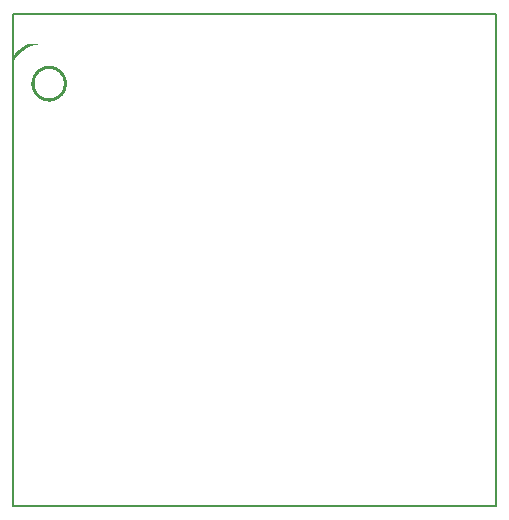
<source format=gto>
G04 MADE WITH FRITZING*
G04 WWW.FRITZING.ORG*
G04 DOUBLE SIDED*
G04 HOLES PLATED*
G04 CONTOUR ON CENTER OF CONTOUR VECTOR*
%ASAXBY*%
%FSLAX23Y23*%
%MOIN*%
%OFA0B0*%
%SFA1.0B1.0*%
%ADD10R,1.615740X1.650920X1.599740X1.634920*%
%ADD11C,0.008000*%
%ADD12R,0.001000X0.001000*%
%LNSILK1*%
G90*
G70*
G54D11*
X4Y1647D02*
X1612Y1647D01*
X1612Y4D01*
X4Y4D01*
X4Y1647D01*
D02*
G54D12*
X53Y1545D02*
X92Y1545D01*
X51Y1544D02*
X84Y1544D01*
X49Y1543D02*
X79Y1543D01*
X47Y1542D02*
X74Y1542D01*
X45Y1541D02*
X71Y1541D01*
X43Y1540D02*
X68Y1540D01*
X42Y1539D02*
X65Y1539D01*
X40Y1538D02*
X62Y1538D01*
X38Y1537D02*
X60Y1537D01*
X37Y1536D02*
X57Y1536D01*
X35Y1535D02*
X55Y1535D01*
X34Y1534D02*
X53Y1534D01*
X32Y1533D02*
X51Y1533D01*
X31Y1532D02*
X49Y1532D01*
X30Y1531D02*
X47Y1531D01*
X28Y1530D02*
X46Y1530D01*
X27Y1529D02*
X44Y1529D01*
X26Y1528D02*
X42Y1528D01*
X25Y1527D02*
X41Y1527D01*
X23Y1526D02*
X39Y1526D01*
X22Y1525D02*
X38Y1525D01*
X21Y1524D02*
X37Y1524D01*
X20Y1523D02*
X35Y1523D01*
X19Y1522D02*
X34Y1522D01*
X18Y1521D02*
X33Y1521D01*
X17Y1520D02*
X31Y1520D01*
X16Y1519D02*
X30Y1519D01*
X15Y1518D02*
X29Y1518D01*
X14Y1517D02*
X28Y1517D01*
X13Y1516D02*
X27Y1516D01*
X12Y1515D02*
X26Y1515D01*
X11Y1514D02*
X25Y1514D01*
X10Y1513D02*
X24Y1513D01*
X10Y1512D02*
X23Y1512D01*
X9Y1511D02*
X22Y1511D01*
X8Y1510D02*
X21Y1510D01*
X7Y1509D02*
X20Y1509D01*
X6Y1508D02*
X19Y1508D01*
X6Y1507D02*
X18Y1507D01*
X5Y1506D02*
X17Y1506D01*
X4Y1505D02*
X16Y1505D01*
X3Y1504D02*
X15Y1504D01*
X3Y1503D02*
X15Y1503D01*
X2Y1502D02*
X14Y1502D01*
X1Y1501D02*
X13Y1501D01*
X1Y1500D02*
X12Y1500D01*
X0Y1499D02*
X12Y1499D01*
X0Y1498D02*
X11Y1498D01*
X0Y1497D02*
X10Y1497D01*
X0Y1496D02*
X9Y1496D01*
X0Y1495D02*
X9Y1495D01*
X0Y1494D02*
X8Y1494D01*
X0Y1493D02*
X7Y1493D01*
X0Y1492D02*
X7Y1492D01*
X0Y1491D02*
X6Y1491D01*
X0Y1490D02*
X6Y1490D01*
X0Y1489D02*
X5Y1489D01*
X0Y1488D02*
X4Y1488D01*
X0Y1487D02*
X4Y1487D01*
X0Y1486D02*
X3Y1486D01*
X0Y1485D02*
X3Y1485D01*
X0Y1484D02*
X2Y1484D01*
X0Y1483D02*
X2Y1483D01*
X0Y1482D02*
X1Y1482D01*
X0Y1481D02*
X1Y1481D01*
X0Y1480D02*
X0Y1480D01*
X0Y1479D02*
X0Y1479D01*
X118Y1472D02*
X128Y1472D01*
X111Y1471D02*
X134Y1471D01*
X107Y1470D02*
X138Y1470D01*
X104Y1469D02*
X141Y1469D01*
X102Y1468D02*
X144Y1468D01*
X99Y1467D02*
X147Y1467D01*
X97Y1466D02*
X149Y1466D01*
X95Y1465D02*
X151Y1465D01*
X93Y1464D02*
X152Y1464D01*
X92Y1463D02*
X154Y1463D01*
X90Y1462D02*
X156Y1462D01*
X89Y1461D02*
X113Y1461D01*
X133Y1461D02*
X157Y1461D01*
X87Y1460D02*
X109Y1460D01*
X137Y1460D02*
X158Y1460D01*
X86Y1459D02*
X106Y1459D01*
X140Y1459D02*
X160Y1459D01*
X85Y1458D02*
X103Y1458D01*
X143Y1458D02*
X161Y1458D01*
X84Y1457D02*
X101Y1457D01*
X145Y1457D02*
X162Y1457D01*
X83Y1456D02*
X99Y1456D01*
X147Y1456D02*
X163Y1456D01*
X82Y1455D02*
X97Y1455D01*
X148Y1455D02*
X164Y1455D01*
X81Y1454D02*
X96Y1454D01*
X150Y1454D02*
X165Y1454D01*
X80Y1453D02*
X94Y1453D01*
X152Y1453D02*
X166Y1453D01*
X79Y1452D02*
X93Y1452D01*
X153Y1452D02*
X167Y1452D01*
X78Y1451D02*
X92Y1451D01*
X154Y1451D02*
X168Y1451D01*
X77Y1450D02*
X90Y1450D01*
X155Y1450D02*
X169Y1450D01*
X76Y1449D02*
X89Y1449D01*
X156Y1449D02*
X169Y1449D01*
X76Y1448D02*
X88Y1448D01*
X158Y1448D02*
X170Y1448D01*
X75Y1447D02*
X87Y1447D01*
X158Y1447D02*
X171Y1447D01*
X74Y1446D02*
X86Y1446D01*
X159Y1446D02*
X172Y1446D01*
X74Y1445D02*
X85Y1445D01*
X160Y1445D02*
X172Y1445D01*
X73Y1444D02*
X85Y1444D01*
X161Y1444D02*
X173Y1444D01*
X72Y1443D02*
X84Y1443D01*
X162Y1443D02*
X173Y1443D01*
X72Y1442D02*
X83Y1442D01*
X163Y1442D02*
X174Y1442D01*
X71Y1441D02*
X82Y1441D01*
X163Y1441D02*
X175Y1441D01*
X71Y1440D02*
X82Y1440D01*
X164Y1440D02*
X175Y1440D01*
X70Y1439D02*
X81Y1439D01*
X165Y1439D02*
X176Y1439D01*
X70Y1438D02*
X80Y1438D01*
X165Y1438D02*
X176Y1438D01*
X69Y1437D02*
X80Y1437D01*
X166Y1437D02*
X176Y1437D01*
X69Y1436D02*
X79Y1436D01*
X167Y1436D02*
X177Y1436D01*
X68Y1435D02*
X79Y1435D01*
X167Y1435D02*
X177Y1435D01*
X68Y1434D02*
X78Y1434D01*
X168Y1434D02*
X178Y1434D01*
X68Y1433D02*
X78Y1433D01*
X168Y1433D02*
X178Y1433D01*
X67Y1432D02*
X77Y1432D01*
X169Y1432D02*
X178Y1432D01*
X67Y1431D02*
X77Y1431D01*
X169Y1431D02*
X179Y1431D01*
X67Y1430D02*
X76Y1430D01*
X169Y1430D02*
X179Y1430D01*
X66Y1429D02*
X76Y1429D01*
X170Y1429D02*
X179Y1429D01*
X66Y1428D02*
X76Y1428D01*
X170Y1428D02*
X180Y1428D01*
X66Y1427D02*
X75Y1427D01*
X170Y1427D02*
X180Y1427D01*
X66Y1426D02*
X75Y1426D01*
X171Y1426D02*
X180Y1426D01*
X65Y1425D02*
X75Y1425D01*
X171Y1425D02*
X180Y1425D01*
X65Y1424D02*
X75Y1424D01*
X171Y1424D02*
X181Y1424D01*
X65Y1423D02*
X74Y1423D01*
X171Y1423D02*
X181Y1423D01*
X65Y1422D02*
X74Y1422D01*
X171Y1422D02*
X181Y1422D01*
X65Y1421D02*
X74Y1421D01*
X172Y1421D02*
X181Y1421D01*
X65Y1420D02*
X74Y1420D01*
X172Y1420D02*
X181Y1420D01*
X64Y1419D02*
X74Y1419D01*
X172Y1419D02*
X181Y1419D01*
X64Y1418D02*
X74Y1418D01*
X172Y1418D02*
X181Y1418D01*
X64Y1417D02*
X74Y1417D01*
X172Y1417D02*
X181Y1417D01*
X64Y1416D02*
X74Y1416D01*
X172Y1416D02*
X182Y1416D01*
X64Y1415D02*
X74Y1415D01*
X172Y1415D02*
X182Y1415D01*
X64Y1414D02*
X74Y1414D01*
X172Y1414D02*
X182Y1414D01*
X64Y1413D02*
X74Y1413D01*
X172Y1413D02*
X182Y1413D01*
X64Y1412D02*
X74Y1412D01*
X172Y1412D02*
X182Y1412D01*
X64Y1411D02*
X74Y1411D01*
X172Y1411D02*
X182Y1411D01*
X64Y1410D02*
X74Y1410D01*
X172Y1410D02*
X182Y1410D01*
X64Y1409D02*
X74Y1409D01*
X172Y1409D02*
X181Y1409D01*
X64Y1408D02*
X74Y1408D01*
X172Y1408D02*
X181Y1408D01*
X64Y1407D02*
X74Y1407D01*
X172Y1407D02*
X181Y1407D01*
X65Y1406D02*
X74Y1406D01*
X172Y1406D02*
X181Y1406D01*
X65Y1405D02*
X74Y1405D01*
X172Y1405D02*
X181Y1405D01*
X65Y1404D02*
X74Y1404D01*
X171Y1404D02*
X181Y1404D01*
X65Y1403D02*
X74Y1403D01*
X171Y1403D02*
X181Y1403D01*
X65Y1402D02*
X75Y1402D01*
X171Y1402D02*
X181Y1402D01*
X65Y1401D02*
X75Y1401D01*
X171Y1401D02*
X180Y1401D01*
X66Y1400D02*
X75Y1400D01*
X171Y1400D02*
X180Y1400D01*
X66Y1399D02*
X75Y1399D01*
X170Y1399D02*
X180Y1399D01*
X66Y1398D02*
X76Y1398D01*
X170Y1398D02*
X180Y1398D01*
X66Y1397D02*
X76Y1397D01*
X170Y1397D02*
X179Y1397D01*
X67Y1396D02*
X77Y1396D01*
X169Y1396D02*
X179Y1396D01*
X67Y1395D02*
X77Y1395D01*
X169Y1395D02*
X179Y1395D01*
X67Y1394D02*
X77Y1394D01*
X169Y1394D02*
X178Y1394D01*
X68Y1393D02*
X78Y1393D01*
X168Y1393D02*
X178Y1393D01*
X68Y1392D02*
X78Y1392D01*
X168Y1392D02*
X178Y1392D01*
X68Y1391D02*
X79Y1391D01*
X167Y1391D02*
X177Y1391D01*
X69Y1390D02*
X79Y1390D01*
X167Y1390D02*
X177Y1390D01*
X69Y1389D02*
X80Y1389D01*
X166Y1389D02*
X176Y1389D01*
X70Y1388D02*
X80Y1388D01*
X165Y1388D02*
X176Y1388D01*
X70Y1387D02*
X81Y1387D01*
X165Y1387D02*
X176Y1387D01*
X71Y1386D02*
X82Y1386D01*
X164Y1386D02*
X175Y1386D01*
X71Y1385D02*
X82Y1385D01*
X164Y1385D02*
X175Y1385D01*
X72Y1384D02*
X83Y1384D01*
X163Y1384D02*
X174Y1384D01*
X72Y1383D02*
X84Y1383D01*
X162Y1383D02*
X173Y1383D01*
X73Y1382D02*
X85Y1382D01*
X161Y1382D02*
X173Y1382D01*
X74Y1381D02*
X85Y1381D01*
X160Y1381D02*
X172Y1381D01*
X74Y1380D02*
X86Y1380D01*
X159Y1380D02*
X172Y1380D01*
X75Y1379D02*
X87Y1379D01*
X158Y1379D02*
X171Y1379D01*
X76Y1378D02*
X88Y1378D01*
X157Y1378D02*
X170Y1378D01*
X76Y1377D02*
X89Y1377D01*
X156Y1377D02*
X169Y1377D01*
X77Y1376D02*
X90Y1376D01*
X155Y1376D02*
X169Y1376D01*
X78Y1375D02*
X92Y1375D01*
X154Y1375D02*
X168Y1375D01*
X79Y1374D02*
X93Y1374D01*
X153Y1374D02*
X167Y1374D01*
X80Y1373D02*
X94Y1373D01*
X152Y1373D02*
X166Y1373D01*
X81Y1372D02*
X96Y1372D01*
X150Y1372D02*
X165Y1372D01*
X82Y1371D02*
X97Y1371D01*
X148Y1371D02*
X164Y1371D01*
X83Y1370D02*
X99Y1370D01*
X147Y1370D02*
X163Y1370D01*
X84Y1369D02*
X101Y1369D01*
X145Y1369D02*
X162Y1369D01*
X85Y1368D02*
X103Y1368D01*
X143Y1368D02*
X161Y1368D01*
X86Y1367D02*
X106Y1367D01*
X140Y1367D02*
X160Y1367D01*
X87Y1366D02*
X109Y1366D01*
X137Y1366D02*
X158Y1366D01*
X89Y1365D02*
X113Y1365D01*
X133Y1365D02*
X157Y1365D01*
X90Y1364D02*
X156Y1364D01*
X92Y1363D02*
X154Y1363D01*
X93Y1362D02*
X152Y1362D01*
X95Y1361D02*
X151Y1361D01*
X97Y1360D02*
X149Y1360D01*
X99Y1359D02*
X147Y1359D01*
X102Y1358D02*
X144Y1358D01*
X104Y1357D02*
X141Y1357D01*
X108Y1356D02*
X138Y1356D01*
X111Y1355D02*
X134Y1355D01*
X118Y1354D02*
X128Y1354D01*
D02*
G04 End of Silk1*
M02*
</source>
